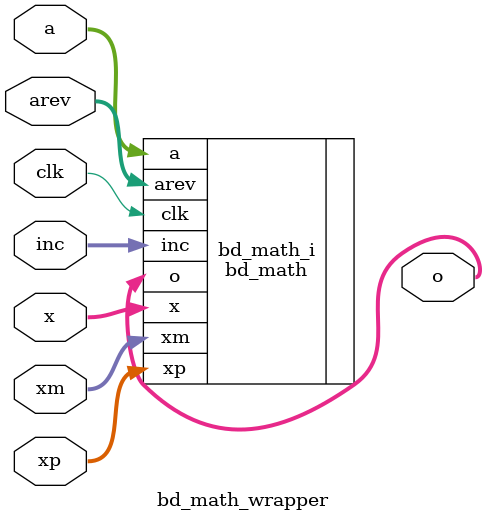
<source format=v>
`timescale 1 ps / 1 ps

module bd_math_wrapper
   (a,
    arev,
    clk,
    inc,
    o,
    x,
    xm,
    xp);
  input [31:0]a;
  input [31:0]arev;
  input clk;
  input [31:0]inc;
  output [31:0]o;
  input [31:0]x;
  input [31:0]xm;
  input [31:0]xp;

  wire [31:0]a;
  wire [31:0]arev;
  wire clk;
  wire [31:0]inc;
  wire [31:0]o;
  wire [31:0]x;
  wire [31:0]xm;
  wire [31:0]xp;

  bd_math bd_math_i
       (.a(a),
        .arev(arev),
        .clk(clk),
        .inc(inc),
        .o(o),
        .x(x),
        .xm(xm),
        .xp(xp));
endmodule

</source>
